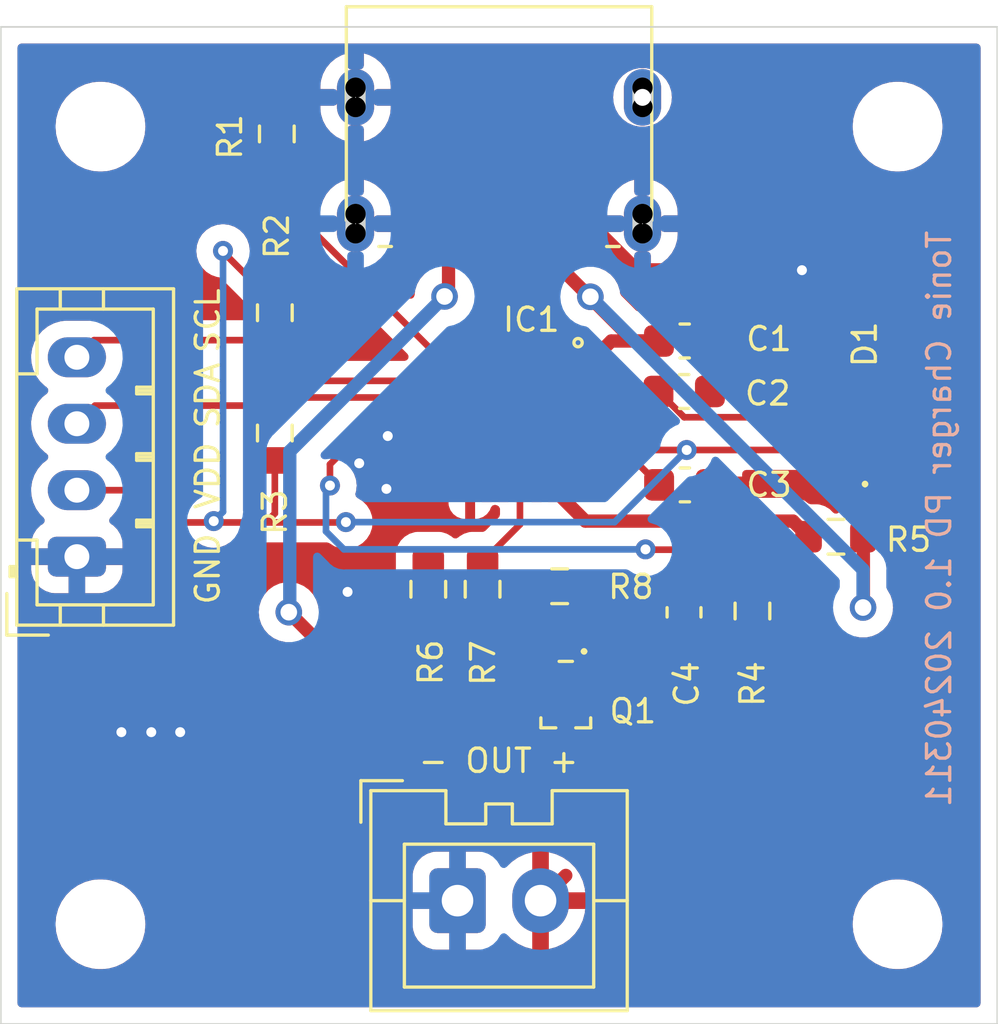
<source format=kicad_pcb>
(kicad_pcb (version 20221018) (generator pcbnew)
  (layers (0 "F.Cu" signal) (31 "B.Cu" signal) (34 "B.Paste" user) (35 "F.Paste" user) (36 "B.SilkS" user "B.Silkscreen") (37 "F.SilkS" user "F.Silkscreen") (38 "B.Mask" user) (39 "F.Mask" user) (44 "Edge.Cuts" user))
  (net 0 "")
  (net 1 "VBUS")
  (net 2 "GND")
  (net 3 "Net-(D1-A)")
  (net 4 "Net-(IC1-VREG_1V2)")
  (net 5 "/VSINK")
  (net 6 "Net-(C4-Pad2)")
  (net 7 "VDD")
  (net 8 "/CC1")
  (net 10 "/CC2")
  (net 11 "Net-(IC1-RESET)")
  (net 12 "/SCL")
  (net 13 "/SDA")
  (net 14 "Net-(IC1-DISCH)")
  (net 18 "Net-(IC1-VBUS_EN_SNK)")
  (net 20 "Net-(IC1-VBUS_VS_DISCH)")
  (net 23 "Net-(Q1-G)")
  (footprint "usb-conn:CONN6_125-GF-A-0190_GCT" (layer "F.Cu") (at 117.749995 105.92 180)
    (fp_text reference "J1" hide)
    (fp_text value "USB4125-GF-A-0190" hide)
    (fp_line (start -1.847405 0.097634) (end -1.847405 6.526606) (stroke (width 0.1)) (layer "F.SilkS"))
    (fp_line (start -1.847405 6.526606) (end 7.347395 6.526606) (stroke (width 0.1)) (layer "F.SilkS"))
    (fp_line (start -0.48914 -0.686994) (end -0.867656 -0.686994) (stroke (width 0.1)) (layer "F.SilkS"))
    (fp_line (start 6.367646 -0.686994) (end 5.98913 -0.686994) (stroke (width 0.1)) (layer "F.SilkS"))
    (fp_line (start 7.347395 6.526606) (end 7.347395 0.097634) (stroke (width 0.1)) (layer "F.SilkS"))
    (fp_line (start -1.570007 0.292106) (end -1.570007 -0.292094) (stroke (width 0.6096)) (layer "Edge.Cuts"))
    (fp_line (start -1.570007 4.092106) (end -1.570007 3.507906) (stroke (width 0.6096)) (layer "Edge.Cuts"))
    (fp_line (start 7.069997 0.292106) (end 7.069997 -0.292094) (stroke (width 0.6096)) (layer "Edge.Cuts"))
    (fp_line (start 7.069997 4.092106) (end 7.069997 3.507906) (stroke (width 0.6096)) (layer "Edge.Cuts"))
    (pad "" np_thru_hole circle (at -1.570007 -0.292094 180) (size 0.6096 0.6096) (drill 0.6096) (layers))
    (pad "" np_thru_hole circle (at -1.570007 0.292106 180) (size 0.6096 0.6096) (drill 0.6096) (layers))
    (pad "" np_thru_hole circle (at -1.570007 3.507906 180) (size 0.6096 0.6096) (drill 0.6096) (layers))
    (pad "" np_thru_hole circle (at -1.570007 4.092106 180) (size 0.6096 0.6096) (drill 0.6096) (layers))
    (pad "" np_thru_hole circle (at 7.069997 -0.292094 180) (size 0.6096 0.6096) (drill 0.6096) (layers))
    (pad "" np_thru_hole circle (at 7.069997 0.292106 180) (size 0.6096 0.6096) (drill 0.6096) (layers))
    (pad "" np_thru_hole circle (at 7.069997 3.507906 180) (size 0.6096 0.6096) (drill 0.6096) (layers))
    (pad "" np_thru_hole circle (at 7.069997 4.092106 180) (size 0.6096 0.6096) (drill 0.6096) (layers))
    (pad "1" smd rect (at 0 0 180) (size 0.8128 1.1938) (layers "F.Cu" "F.Paste" "F.Mask") (net 2 "GND"))
    (pad "2" smd rect (at 1.229998 0 180) (size 0.762 1.1938) (layers "F.Cu" "F.Paste" "F.Mask") (net 1 "VBUS"))
    (pad "3" smd rect (at 2.249996 0 180) (size 0.7112 1.1938) (layers "F.Cu" "F.Paste" "F.Mask") (net 8 "/CC1"))
    (pad "4" smd rect (at 3.249994 0 180) (size 0.7112 1.1938) (layers "F.Cu" "F.Paste" "F.Mask") (net 10 "/CC2"))
    (pad "5" smd rect (at 4.269992 0 180) (size 0.762 1.1938) (layers "F.Cu" "F.Paste" "F.Mask") (net 1 "VBUS"))
    (pad "6" smd rect (at 5.49999 0 180) (size 0.8128 1.1938) (layers "F.Cu" "F.Paste" "F.Mask") (net 2 "GND"))
    (pad "7" thru_hole oval (at -1.570007 0 270) (size 1.7018 1.1176) (drill 0.0254) (layers "*.Cu" "*.Mask") (net 2 "GND"))
    (pad "8" thru_hole oval (at -1.570007 3.800006 270) (size 1.7018 1.1176) (drill oval 0.0254) (layers "*.Cu" "*.Mask") (clearance 0.01))
    (pad "9" thru_hole oval (at 7.069997 0 270) (size 1.7018 1.1176) (drill 0.0254) (layers "*.Cu" "*.Mask") (net 2 "GND"))
    (pad "10" thru_hole oval (at 7.069997 3.800006 270) (size 1.7018 1.1176) (drill 0.0254) (layers "*.Cu" "*.Mask") (net 2 "GND"))
    (pad "13" thru_hole circle (at -1.570007 3.800006 180) (size 0.762 0.762) (drill 0.508) (layers "*.Cu" "*.Mask"))
  )
  (footprint "Capacitor_SMD:C_0603_1608Metric" (layer "F.Cu") (at 120.57 117.615 90)
    (fp_text reference "C4" (at -2.155 0.08 90 unlocked) (layer "F.SilkS") (effects (font (size 0.7 0.7) (thickness 0.1))))
    (fp_text value "0.1uf" hide)
    (fp_line (start -0.14058 -0.51) (end 0.14058 -0.51) (stroke (width 0.1)) (layer "F.SilkS"))
    (fp_line (start -0.14058 0.51) (end 0.14058 0.51) (stroke (width 0.1)) (layer "F.SilkS"))
    (pad "1" smd roundrect (at -0.775 0 90) (size 0.9 0.95) (layers "F.Cu" "F.Paste" "F.Mask") (net 5 "/VSINK"))
    (pad "2" smd roundrect (at 0.775 0 90) (size 0.9 0.95) (layers "F.Cu" "F.Paste" "F.Mask") (net 6 "Net-(C4-Pad2)"))
  )
  (footprint "Capacitor_SMD:C_0603_1608Metric" (layer "F.Cu") (at 120.575 110.97 180)
    (fp_text reference "C2" (at -2.515 -0.06 unlocked) (layer "F.SilkS") (effects (font (size 0.7 0.7) (thickness 0.1))))
    (fp_text value "1uf" hide)
    (fp_line (start -0.14058 -0.51) (end 0.14058 -0.51) (stroke (width 0.1)) (layer "F.SilkS"))
    (fp_line (start -0.14058 0.51) (end 0.14058 0.51) (stroke (width 0.1)) (layer "F.SilkS"))
    (pad "1" smd roundrect (at -0.775 0 180) (size 0.9 0.95) (layers "F.Cu" "F.Paste" "F.Mask") (net 2 "GND"))
    (pad "2" smd roundrect (at 0.775 0 180) (size 0.9 0.95) (layers "F.Cu" "F.Paste" "F.Mask") (net 3 "Net-(D1-A)"))
  )
  (footprint "Connector_JST:JST_PH_B4B-PH-K_1x04_P2.00mm_Vertical" (layer "F.Cu") (at 102.29 115.94 90)
    (fp_text reference "J2" hide)
    (fp_text value "I2C" hide)
    (fp_line (start -2.36 -2.11) (end -2.36 -0.86) (stroke (width 0.1)) (layer "F.SilkS"))
    (fp_line (start -2.06 -1.81) (end -2.06 2.91) (stroke (width 0.1)) (layer "F.SilkS"))
    (fp_line (start -2.06 -0.5) (end -1.45 -0.5) (stroke (width 0.1)) (layer "F.SilkS"))
    (fp_line (start -2.06 0.8) (end -1.45 0.8) (stroke (width 0.1)) (layer "F.SilkS"))
    (fp_line (start -2.06 2.91) (end 8.06 2.91) (stroke (width 0.1)) (layer "F.SilkS"))
    (fp_line (start -1.45 -1.2) (end -1.45 2.3) (stroke (width 0.1)) (layer "F.SilkS"))
    (fp_line (start -1.45 2.3) (end 7.45 2.3) (stroke (width 0.1)) (layer "F.SilkS"))
    (fp_line (start -1.11 -2.11) (end -2.36 -2.11) (stroke (width 0.1)) (layer "F.SilkS"))
    (fp_line (start -0.6 -2.01) (end -0.6 -1.81) (stroke (width 0.1)) (layer "F.SilkS"))
    (fp_line (start -0.3 -2.01) (end -0.6 -2.01) (stroke (width 0.1)) (layer "F.SilkS"))
    (fp_line (start -0.3 -1.91) (end -0.6 -1.91) (stroke (width 0.1)) (layer "F.SilkS"))
    (fp_line (start -0.3 -1.81) (end -0.3 -2.01) (stroke (width 0.1)) (layer "F.SilkS"))
    (fp_line (start 0.5 -1.81) (end 0.5 -1.2) (stroke (width 0.1)) (layer "F.SilkS"))
    (fp_line (start 0.5 -1.2) (end -1.45 -1.2) (stroke (width 0.1)) (layer "F.SilkS"))
    (fp_line (start 0.9 1.8) (end 1.1 1.8) (stroke (width 0.1)) (layer "F.SilkS"))
    (fp_line (start 0.9 2.3) (end 0.9 1.8) (stroke (width 0.1)) (layer "F.SilkS"))
    (fp_line (start 1 2.3) (end 1 1.8) (stroke (width 0.1)) (layer "F.SilkS"))
    (fp_line (start 1.1 1.8) (end 1.1 2.3) (stroke (width 0.1)) (layer "F.SilkS"))
    (fp_line (start 2.9 1.8) (end 3.1 1.8) (stroke (width 0.1)) (layer "F.SilkS"))
    (fp_line (start 2.9 2.3) (end 2.9 1.8) (stroke (width 0.1)) (layer "F.SilkS"))
    (fp_line (start 3 2.3) (end 3 1.8) (stroke (width 0.1)) (layer "F.SilkS"))
    (fp_line (start 3.1 1.8) (end 3.1 2.3) (stroke (width 0.1)) (layer "F.SilkS"))
    (fp_line (start 4.9 1.8) (end 5.1 1.8) (stroke (width 0.1)) (layer "F.SilkS"))
    (fp_line (start 4.9 2.3) (end 4.9 1.8) (stroke (width 0.1)) (layer "F.SilkS"))
    (fp_line (start 5 2.3) (end 5 1.8) (stroke (width 0.1)) (layer "F.SilkS"))
    (fp_line (start 5.1 1.8) (end 5.1 2.3) (stroke (width 0.1)) (layer "F.SilkS"))
    (fp_line (start 5.5 -1.2) (end 5.5 -1.81) (stroke (width 0.1)) (layer "F.SilkS"))
    (fp_line (start 7.45 -1.2) (end 5.5 -1.2) (stroke (width 0.1)) (layer "F.SilkS"))
    (fp_line (start 7.45 2.3) (end 7.45 -1.2) (stroke (width 0.1)) (layer "F.SilkS"))
    (fp_line (start 8.06 -1.81) (end -2.06 -1.81) (stroke (width 0.1)) (layer "F.SilkS"))
    (fp_line (start 8.06 -0.5) (end 7.45 -0.5) (stroke (width 0.1)) (layer "F.SilkS"))
    (fp_line (start 8.06 0.8) (end 7.45 0.8) (stroke (width 0.1)) (layer "F.SilkS"))
    (fp_line (start 8.06 2.91) (end 8.06 -1.81) (stroke (width 0.1)) (layer "F.SilkS"))
    (pad "1" thru_hole roundrect (at 0 0 90) (size 1.2 1.75) (drill 0.75) (layers "*.Cu" "*.Mask") (roundrect_rratio 0.2083333333) (net 2 "GND"))
    (pad "2" thru_hole oval (at 2 0 90) (size 1.2 1.75) (drill 0.75) (layers "*.Cu" "*.Mask") (net 7 "VDD"))
    (pad "3" thru_hole oval (at 4 0 90) (size 1.2 1.75) (drill 0.75) (layers "*.Cu" "*.Mask") (net 13 "/SDA"))
    (pad "4" thru_hole oval (at 6 0 90) (size 1.2 1.75) (drill 0.75) (layers "*.Cu" "*.Mask") (net 12 "/SCL"))
  )
  (footprint "MountingHole:MountingHole_2.2mm_M2" (layer "F.Cu") (at 103 103)
    (fp_text reference "H2" hide)
    (fp_text value "MountingHole" hide)
    (pad "" np_thru_hole circle (at 0 0) (size 2.2 2.2) (drill 2.2) (layers "*.Cu" "*.Mask"))
  )
  (footprint "Resistor_SMD:R_0603_1608Metric" (layer "F.Cu") (at 116.825 116.83)
    (fp_text reference "R8" (at 2.145 0.02 unlocked) (layer "F.SilkS") (effects (font (size 0.7 0.7) (thickness 0.1))))
    (fp_text value "100" hide)
    (fp_line (start -0.237258 -0.5225) (end 0.237258 -0.5225) (stroke (width 0.1)) (layer "F.SilkS"))
    (fp_line (start -0.237258 0.5225) (end 0.237258 0.5225) (stroke (width 0.1)) (layer "F.SilkS"))
    (pad "1" smd roundrect (at -0.825 0) (size 0.8 0.95) (layers "F.Cu" "F.Paste" "F.Mask") (net 23 "Net-(Q1-G)"))
    (pad "2" smd roundrect (at 0.825 0) (size 0.8 0.95) (layers "F.Cu" "F.Paste" "F.Mask") (net 6 "Net-(C4-Pad2)"))
  )
  (footprint "Resistor_SMD:R_0603_1608Metric" (layer "F.Cu") (at 112.87 116.92 90)
    (fp_text reference "R6" (at -2.2 0.07 90 unlocked) (layer "F.SilkS") (effects (font (size 0.7 0.7) (thickness 0.1))))
    (fp_text value "100k" hide)
    (fp_line (start -0.237258 -0.5225) (end 0.237258 -0.5225) (stroke (width 0.1)) (layer "F.SilkS"))
    (fp_line (start -0.237258 0.5225) (end 0.237258 0.5225) (stroke (width 0.1)) (layer "F.SilkS"))
    (pad "1" smd roundrect (at -0.825 0 90) (size 0.8 0.95) (layers "F.Cu" "F.Paste" "F.Mask") (net 1 "VBUS"))
    (pad "2" smd roundrect (at 0.825 0 90) (size 0.8 0.95) (layers "F.Cu" "F.Paste" "F.Mask") (net 23 "Net-(Q1-G)"))
  )
  (footprint "Resistor_SMD:R_0603_1608Metric" (layer "F.Cu") (at 108.31 103.22 -90)
    (fp_text reference "R1" (at 0.09 1.41 90 unlocked) (layer "F.SilkS") (effects (font (size 0.7 0.7) (thickness 0.1))))
    (fp_text value "100k" hide)
    (fp_line (start -0.237258 -0.5225) (end 0.237258 -0.5225) (stroke (width 0.1)) (layer "F.SilkS"))
    (fp_line (start -0.237258 0.5225) (end 0.237258 0.5225) (stroke (width 0.1)) (layer "F.SilkS"))
    (pad "1" smd roundrect (at -0.825 0 270) (size 0.8 0.95) (layers "F.Cu" "F.Paste" "F.Mask") (net 2 "GND"))
    (pad "2" smd roundrect (at 0.825 0 270) (size 0.8 0.95) (layers "F.Cu" "F.Paste" "F.Mask") (net 11 "Net-(IC1-RESET)"))
  )
  (footprint "MountingHole:MountingHole_2.2mm_M2" (layer "F.Cu") (at 127 127)
    (fp_text reference "H4" hide)
    (fp_text value "MountingHole" hide)
    (pad "" np_thru_hole circle (at 0 0) (size 2.2 2.2) (drill 2.2) (layers "*.Cu" "*.Mask"))
  )
  (footprint "Resistor_SMD:R_0603_1608Metric" (layer "F.Cu") (at 108.25 108.6 -90)
    (fp_text reference "R2" (at -2.3 -0.06 90 unlocked) (layer "F.SilkS") (effects (font (size 0.7 0.7) (thickness 0.1))))
    (fp_text value "10k" hide)
    (fp_line (start -0.237258 -0.5225) (end 0.237258 -0.5225) (stroke (width 0.1)) (layer "F.SilkS"))
    (fp_line (start -0.237258 0.5225) (end 0.237258 0.5225) (stroke (width 0.1)) (layer "F.SilkS"))
    (pad "1" smd roundrect (at -0.825 0 270) (size 0.8 0.95) (layers "F.Cu" "F.Paste" "F.Mask") (net 7 "VDD"))
    (pad "2" smd roundrect (at 0.825 0 270) (size 0.8 0.95) (layers "F.Cu" "F.Paste" "F.Mask") (net 12 "/SCL"))
  )
  (footprint "Resistor_SMD:R_0603_1608Metric" (layer "F.Cu") (at 114.505 116.92 90)
    (fp_text reference "R7" (at -2.22 0.015 90 unlocked) (layer "F.SilkS") (effects (font (size 0.7 0.7) (thickness 0.1))))
    (fp_text value "22k" hide)
    (fp_line (start -0.237258 -0.5225) (end 0.237258 -0.5225) (stroke (width 0.1)) (layer "F.SilkS"))
    (fp_line (start -0.237258 0.5225) (end 0.237258 0.5225) (stroke (width 0.1)) (layer "F.SilkS"))
    (pad "1" smd roundrect (at -0.825 0 90) (size 0.8 0.95) (layers "F.Cu" "F.Paste" "F.Mask") (net 23 "Net-(Q1-G)"))
    (pad "2" smd roundrect (at 0.825 0 90) (size 0.8 0.95) (layers "F.Cu" "F.Paste" "F.Mask") (net 18 "Net-(IC1-VBUS_EN_SNK)"))
  )
  (footprint "Resistor_SMD:R_0603_1608Metric" (layer "F.Cu") (at 108.25 112.22 -90)
    (fp_text reference "R3" (at 2.38 0 90 unlocked) (layer "F.SilkS") (effects (font (size 0.7 0.7) (thickness 0.1))))
    (fp_text value "10k" hide)
    (fp_line (start -0.237258 -0.5225) (end 0.237258 -0.5225) (stroke (width 0.1)) (layer "F.SilkS"))
    (fp_line (start -0.237258 0.5225) (end 0.237258 0.5225) (stroke (width 0.1)) (layer "F.SilkS"))
    (pad "1" smd roundrect (at -0.825 0 270) (size 0.8 0.95) (layers "F.Cu" "F.Paste" "F.Mask") (net 13 "/SDA"))
    (pad "2" smd roundrect (at 0.825 0 270) (size 0.8 0.95) (layers "F.Cu" "F.Paste" "F.Mask") (net 7 "VDD"))
  )
  (footprint "Resistor_SMD:R_0603_1608Metric" (layer "F.Cu") (at 122.63 117.575 -90)
    (fp_text reference "R4" (at 2.195 0 90 unlocked) (layer "F.SilkS") (effects (font (size 0.7 0.7) (thickness 0.1))))
    (fp_text value "1k" hide)
    (fp_line (start -0.237258 -0.5225) (end 0.237258 -0.5225) (stroke (width 0.1)) (layer "F.SilkS"))
    (fp_line (start -0.237258 0.5225) (end 0.237258 0.5225) (stroke (width 0.1)) (layer "F.SilkS"))
    (pad "1" smd roundrect (at -0.825 0 270) (size 0.8 0.95) (layers "F.Cu" "F.Paste" "F.Mask") (net 14 "Net-(IC1-DISCH)"))
    (pad "2" smd roundrect (at 0.825 0 270) (size 0.8 0.95) (layers "F.Cu" "F.Paste" "F.Mask") (net 5 "/VSINK"))
  )
  (footprint "mosfet:DMG3415UFY47" (layer "F.Cu") (at 117.01 120.09 180)
    (fp_text reference "Q1" (at -2.02 -0.5 unlocked) (layer "F.SilkS") (effects (font (size 0.7 0.7) (thickness 0.1))))
    (fp_text value "DMG3415UFY4Q-7" hide)
    (fp_line (start -0.75 -1) (end -0.75 -0.7) (stroke (width 0.1)) (layer "F.SilkS"))
    (fp_line (start -0.6 1.3) (end -0.6 1.3) (stroke (width 0.1)) (layer "F.SilkS"))
    (fp_line (start -0.5 1.3) (end -0.5 1.3) (stroke (width 0.1)) (layer "F.SilkS"))
    (fp_line (start -0.3 -1) (end -0.75 -1) (stroke (width 0.1)) (layer "F.SilkS"))
    (fp_line (start -0.2 1) (end 0.2 1) (stroke (width 0.1)) (layer "F.SilkS"))
    (fp_line (start 0.3 -1) (end 0.75 -1) (stroke (width 0.1)) (layer "F.SilkS"))
    (fp_line (start 0.75 -1) (end 0.75 -0.7) (stroke (width 0.1)) (layer "F.SilkS"))
    (fp_arc (start -0.6 1.3) (mid -0.55 1.25) (end -0.5 1.3) (stroke (width 0.1)) (layer "F.SilkS"))
    (fp_arc (start -0.5 1.3) (mid -0.55 1.35) (end -0.6 1.3) (stroke (width 0.1)) (layer "F.SilkS"))
    (pad "1" smd rect (at -0.5 0.9 180) (size 0.31 0.5) (layers "F.Cu" "F.Paste" "F.Mask") (net 23 "Net-(Q1-G)"))
    (pad "2" smd rect (at 0.5 0.9 180) (size 0.31 0.5) (layers "F.Cu" "F.Paste" "F.Mask") (net 1 "VBUS"))
    (pad "3" smd rect (at 0 -0.825 180) (size 0.31 0.65) (layers "F.Cu" "F.Paste" "F.Mask") (net 5 "/VSINK"))
    (pad "3" smd rect (at 0 0 270) (size 1 1.3) (layers "F.Cu" "F.Paste" "F.Mask") (net 5 "/VSINK"))
  )
  (footprint "Capacitor_SMD:C_0603_1608Metric" (layer "F.Cu") (at 120.595 113.78 180)
    (fp_text reference "C3" (at -2.535 0 unlocked) (layer "F.SilkS") (effects (font (size 0.7 0.7) (thickness 0.1))))
    (fp_text value "1uf" hide)
    (fp_line (start -0.14058 -0.51) (end 0.14058 -0.51) (stroke (width 0.1)) (layer "F.SilkS"))
    (fp_line (start -0.14058 0.51) (end 0.14058 0.51) (stroke (width 0.1)) (layer "F.SilkS"))
    (pad "1" smd roundrect (at -0.775 0 180) (size 0.9 0.95) (layers "F.Cu" "F.Paste" "F.Mask") (net 2 "GND"))
    (pad "2" smd roundrect (at 0.775 0 180) (size 0.9 0.95) (layers "F.Cu" "F.Paste" "F.Mask") (net 4 "Net-(IC1-VREG_1V2)"))
  )
  (footprint "shottky:PMEG2005EPKQYL" (layer "F.Cu") (at 126.02 112.305 90)
    (fp_text reference "D1" (at 2.755 -0.01 90 unlocked) (layer "F.SilkS") (effects (font (size 0.7 0.7) (thickness 0.1))))
    (fp_text value "PMEG2005EPK" hide)
    (fp_line (start -1.5 0) (end -1.5 0) (stroke (width 0.1)) (layer "F.SilkS"))
    (fp_line (start -1.4 0) (end -1.4 0) (stroke (width 0.1)) (layer "F.SilkS"))
    (fp_arc (start -1.5 0) (mid -1.45 -0.05) (end -1.4 0) (stroke (width 0.1)) (layer "F.SilkS"))
    (fp_arc (start -1.4 0) (mid -1.45 0.05) (end -1.5 0) (stroke (width 0.1)) (layer "F.SilkS"))
    (pad "1" smd rect (at -0.425 0 180) (size 0.8 1.05) (layers "F.Cu" "F.Paste" "F.Mask") (net 7 "VDD"))
    (pad "2" smd rect (at 0.625 0 90) (size 0.65 0.8) (layers "F.Cu" "F.Paste" "F.Mask") (net 3 "Net-(D1-A)"))
  )
  (footprint "MountingHole:MountingHole_2.2mm_M2" (layer "F.Cu") (at 103 127)
    (fp_text reference "H3" hide)
    (fp_text value "MountingHole" hide)
    (pad "" np_thru_hole circle (at 0 0) (size 2.2 2.2) (drill 2.2) (layers "*.Cu" "*.Mask"))
  )
  (footprint "Capacitor_SMD:C_0603_1608Metric" (layer "F.Cu") (at 120.59 109.45)
    (fp_text reference "C1" (at 2.535 -0.06 unlocked) (layer "F.SilkS") (effects (font (size 0.7 0.7) (thickness 0.1))))
    (fp_text value "1uf" hide)
    (fp_line (start -0.14058 -0.51) (end 0.14058 -0.51) (stroke (width 0.1)) (layer "F.SilkS"))
    (fp_line (start -0.14058 0.51) (end 0.14058 0.51) (stroke (width 0.1)) (layer "F.SilkS"))
    (pad "1" smd roundrect (at -0.775 0) (size 0.9 0.95) (layers "F.Cu" "F.Paste" "F.Mask") (net 1 "VBUS"))
    (pad "2" smd roundrect (at 0.775 0) (size 0.9 0.95) (layers "F.Cu" "F.Paste" "F.Mask") (net 2 "GND"))
  )
  (footprint "pd-sink:QFN50P400X400X100-25N-D" (layer "F.Cu") (at 115.38 111.9 -90)
    (fp_text reference "IC1" (at -3.09 -0.59 unlocked) (layer "F.SilkS") (effects (font (size 0.7 0.7) (thickness 0.1))))
    (fp_text value "STUSB4500QTR" hide)
    (fp_circle (center -2.4 -2) (end -2.4 -1.875) (stroke (width 0.1)) (fill none) (layer "F.SilkS"))
    (pad "1" smd rect (at -2 -1.25) (size 0.3 0.8) (layers "F.Cu" "F.Paste" "F.Mask") (net 8 "/CC1"))
    (pad "2" smd rect (at -2 -0.75) (size 0.3 0.8) (layers "F.Cu" "F.Paste" "F.Mask") (net 8 "/CC1"))
    (pad "3" smd rect (at -2 -0.25) (size 0.3 0.8) (layers "F.Cu" "F.Paste" "F.Mask"))
    (pad "4" smd rect (at -2 0.25) (size 0.3 0.8) (layers "F.Cu" "F.Paste" "F.Mask") (net 10 "/CC2"))
    (pad "5" smd rect (at -2 0.75) (size 0.3 0.8) (layers "F.Cu" "F.Paste" "F.Mask") (net 10 "/CC2"))
    (pad "6" smd rect (at -2 1.25) (size 0.3 0.8) (layers "F.Cu" "F.Paste" "F.Mask") (net 11 "Net-(IC1-RESET)"))
    (pad "7" smd rect (at -1.25 2 270) (size 0.3 0.8) (layers "F.Cu" "F.Paste" "F.Mask") (net 12 "/SCL"))
    (pad "8" smd rect (at -0.75 2 270) (size 0.3 0.8) (layers "F.Cu" "F.Paste" "F.Mask") (net 13 "/SDA"))
    (pad "9" smd rect (at -0.25 2 270) (size 0.3 0.8) (layers "F.Cu" "F.Paste" "F.Mask") (net 14 "Net-(IC1-DISCH)"))
    (pad "10" smd rect (at 0.25 2 270) (size 0.3 0.8) (layers "F.Cu" "F.Paste" "F.Mask") (net 2 "GND"))
    (pad "11" smd rect (at 0.75 2 270) (size 0.3 0.8) (layers "F.Cu" "F.Paste" "F.Mask"))
    (pad "12" smd rect (at 1.25 2 270) (size 0.3 0.8) (layers "F.Cu" "F.Paste" "F.Mask") (net 2 "GND"))
    (pad "13" smd rect (at 2 1.25) (size 0.3 0.8) (layers "F.Cu" "F.Paste" "F.Mask") (net 2 "GND"))
    (pad "14" smd rect (at 2 0.75) (size 0.3 0.8) (layers "F.Cu" "F.Paste" "F.Mask"))
    (pad "15" smd rect (at 2 0.25) (size 0.3 0.8) (layers "F.Cu" "F.Paste" "F.Mask"))
    (pad "16" smd rect (at 2 -0.25) (size 0.3 0.8) (layers "F.Cu" "F.Paste" "F.Mask") (net 18 "Net-(IC1-VBUS_EN_SNK)"))
    (pad "17" smd rect (at 2 -0.75) (size 0.3 0.8) (layers "F.Cu" "F.Paste" "F.Mask"))
    (pad "18" smd rect (at 2 -1.25) (size 0.3 0.8) (layers "F.Cu" "F.Paste" "F.Mask") (net 20 "Net-(IC1-VBUS_VS_DISCH)"))
    (pad "19" smd rect (at 1.25 -2 270) (size 0.3 0.8) (layers "F.Cu" "F.Paste" "F.Mask"))
    (pad "20" smd rect (at 0.75 -2 270) (size 0.3 0.8) (layers "F.Cu" "F.Paste" "F.Mask"))
    (pad "21" smd rect (at 0.25 -2 270) (size 0.3 0.8) (layers "F.Cu" "F.Paste" "F.Mask") (net 4 "Net-(IC1-VREG_1V2)"))
    (pad "22" smd rect (at -0.25 -2 270) (size 0.3 0.8) (layers "F.Cu" "F.Paste" "F.Mask") (net 7 "VDD"))
    (pad "23" smd rect (at -0.75 -2 270) (size 0.3 0.8) (layers "F.Cu" "F.Paste" "F.Mask") (net 3 "Net-(D1-A)"))
    (pad "24" smd rect (at -1.25 -2 270) (size 0.3 0.8) (layers "F.Cu" "F.Paste" "F.Mask") (net 1 "VBUS"))
    (pad "25" smd rect (at 0 0 270) (size 2.8 2.8) (layers "F.Cu" "F.Paste" "F.Mask") (net 2 "GND"))
  )
  (footprint "Connector_JST:JST_XA_B02B-XASK-1_1x02_P2.50mm_Vertical" (layer "F.Cu") (at 113.75 126.29)
    (fp_text reference "J3" hide)
    (fp_text value "Out" hide)
    (fp_line (start -2.91 -3.61) (end -2.91 -2.36) (stroke (width 0.1)) (layer "F.SilkS"))
    (fp_line (start -2.61 -3.31) (end -2.61 3.31) (stroke (width 0.1)) (layer "F.SilkS"))
    (fp_line (start -2.61 0) (end -1.6 0) (stroke (width 0.1)) (layer "F.SilkS"))
    (fp_line (start -2.61 3.31) (end 5.11 3.31) (stroke (width 0.1)) (layer "F.SilkS"))
    (fp_line (start -1.66 -3.61) (end -2.91 -3.61) (stroke (width 0.1)) (layer "F.SilkS"))
    (fp_line (start -1.6 -1.7) (end -1.6 2.6) (stroke (width 0.1)) (layer "F.SilkS"))
    (fp_line (start -1.6 2.6) (end 4.1 2.6) (stroke (width 0.1)) (layer "F.SilkS"))
    (fp_line (start -0.35 -3.31) (end -2.61 -3.31) (stroke (width 0.1)) (layer "F.SilkS"))
    (fp_line (start -0.35 -2.31) (end -0.35 -3.31) (stroke (width 0.1)) (layer "F.SilkS"))
    (fp_line (start 0.85 -2.91) (end 0.85 -2.31) (stroke (width 0.1)) (layer "F.SilkS"))
    (fp_line (start 0.85 -2.31) (end -0.35 -2.31) (stroke (width 0.1)) (layer "F.SilkS"))
    (fp_line (start 1.65 -2.91) (end 0.85 -2.91) (stroke (width 0.1)) (layer "F.SilkS"))
    (fp_line (start 1.65 -2.31) (end 1.65 -2.91) (stroke (width 0.1)) (layer "F.SilkS"))
    (fp_line (start 2.85 -3.31) (end 2.85 -2.31) (stroke (width 0.1)) (layer "F.SilkS"))
    (fp_line (start 2.85 -2.31) (end 1.65 -2.31) (stroke (width 0.1)) (layer "F.SilkS"))
    (fp_line (start 4.1 -1.7) (end -1.6 -1.7) (stroke (width 0.1)) (layer "F.SilkS"))
    (fp_line (start 4.1 2.6) (end 4.1 -1.7) (stroke (width 0.1)) (layer "F.SilkS"))
    (fp_line (start 5.11 -3.31) (end 2.85 -3.31) (stroke (width 0.1)) (layer "F.SilkS"))
    (fp_line (start 5.11 0) (end 4.1 0) (stroke (width 0.1)) (layer "F.SilkS"))
    (fp_line (start 5.11 3.31) (end 5.11 -3.31) (stroke (width 0.1)) (layer "F.SilkS"))
    (pad "1" thru_hole roundrect (at 0 0) (size 1.7 1.95) (drill 0.95) (layers "*.Cu" "*.Mask") (roundrect_rratio 0.1470588235) (net 2 "GND"))
    (pad "2" thru_hole oval (at 2.5 0) (size 1.7 1.95) (drill 0.95) (layers "*.Cu" "*.Mask") (net 5 "/VSINK"))
  )
  (footprint "Resistor_SMD:R_0603_1608Metric" (layer "F.Cu") (at 125.145 115.34 180)
    (fp_text reference "R5" (at -2.185 -0.09 unlocked) (layer "F.SilkS") (effects (font (size 0.7 0.7) (thickness 0.1))))
    (fp_text value "1k" hide)
    (fp_line (start -0.237258 -0.5225) (end 0.237258 -0.5225) (stroke (width 0.1)) (layer "F.SilkS"))
    (fp_line (start -0.237258 0.5225) (end 0.237258 0.5225) (stroke (width 0.1)) (layer "F.SilkS"))
    (pad "1" smd roundrect (at -0.825 0 180) (size 0.8 0.95) (layers "F.Cu" "F.Paste" "F.Mask") (net 1 "VBUS"))
    (pad "2" smd roundrect (at 0.825 0 180) (size 0.8 0.95) (layers "F.Cu" "F.Paste" "F.Mask") (net 20 "Net-(IC1-VBUS_VS_DISCH)"))
  )
  (footprint "MountingHole:MountingHole_2.2mm_M2" (layer "F.Cu") (at 127 103)
    (fp_text reference "H1" hide)
    (fp_text value "MountingHole" hide)
    (pad "" np_thru_hole circle (at 0 0) (size 2.2 2.2) (drill 2.2) (layers "*.Cu" "*.Mask"))
  )
  (gr_rect (start 100 100) (end 130 130) (stroke (width 0.05)) (fill none) (layer "Edge.Cuts"))
  (gr_text "Tonie Charger PD 1.0 20240311" (at 128.66 106.07 90) (layer "B.SilkS") (effects (font (size 0.7 0.7) (thickness 0.1)) (justify left bottom mirror)))
  (gr_text "SCL" (at 106.64 109.87 90) (layer "F.SilkS") (effects (font (size 0.7 0.7) (thickness 0.1)) (justify left bottom)))
  (gr_text "SDA" (at 106.64 112.14 90) (layer "F.SilkS") (effects (font (size 0.7 0.7) (thickness 0.1)) (justify left bottom)))
  (gr_text "- OUT +" (at 112.52 122.49) (layer "F.SilkS") (effects (font (size 0.7 0.7) (thickness 0.1)) (justify left bottom)))
  (gr_text "VDD" (at 106.64 114.57 90) (layer "F.SilkS") (effects (font (size 0.7 0.7) (thickness 0.1)) (justify left bottom)))
  (gr_text "GND" (at 106.64 117.44 90) (layer "F.SilkS") (effects (font (size 0.7 0.7) (thickness 0.1)) (justify left bottom)))
  (segment (start 112.195 117.745) (end 110.9 119.04) (width 0.4) (layer "F.Cu") (net 1))
  (segment (start 110.9 119.04) (end 116.51 119.04) (width 0.4) (layer "F.Cu") (net 1))
  (segment (start 118.38 109.45) (end 117.38 110.45) (width 0.4) (layer "F.Cu") (net 1))
  (segment (start 113.36 108.07) (end 113.36 108.11) (width 0.4) (layer "F.Cu") (net 1))
  (segment (start 117.75 108.12) (end 117.75 108.146903) (width 0.4) (layer "F.Cu") (net 1))
  (segment (start 114.13 103.77) (end 115.97 103.77) (width 0.4) (layer "F.Cu") (net 1))
  (segment (start 113.480003 107.949997) (end 113.36 108.07) (width 0.4) (layer "F.Cu") (net 1))
  (segment (start 116.519997 105.92) (end 116.519997 106.9169) (width 0.4) (layer "F.Cu") (net 1))
  (segment (start 116.519997 104.319997) (end 116.519997 105.92) (width 0.4) (layer "F.Cu") (net 1))
  (segment (start 125.97 117.53) (end 125.98 117.54) (width 0.4) (layer "F.Cu") (net 1))
  (segment (start 115.97 103.77) (end 116.519997 104.319997) (width 0.4) (layer "F.Cu") (net 1))
  (segment (start 108.67 117.61) (end 110.1 119.04) (width 0.4) (layer "F.Cu") (net 1))
  (segment (start 125.97 117.48) (end 125.97 117.53) (width 0.4) (layer "F.Cu") (net 1))
  (segment (start 116.519997 106.9169) (end 117.723097 108.12) (width 0.4) (layer "F.Cu") (net 1))
  (segment (start 113.480003 105.92) (end 113.480003 104.419997) (width 0.4) (layer "F.Cu") (net 1))
  (segment (start 112.87 117.745) (end 112.195 117.745) (width 0.4) (layer "F.Cu") (net 1))
  (segment (start 119.815 109.45) (end 118.38 109.45) (width 0.4) (layer "F.Cu") (net 1))
  (segment (start 117.75 108.146903) (end 119.053097 109.45) (width 0.4) (layer "F.Cu") (net 1))
  (segment (start 113.36 108.11) (end 113.32 108.11) (width 0.4) (layer "F.Cu") (net 1))
  (segment (start 125.97 117.46) (end 125.96 117.47) (width 0.4) (layer "F.Cu") (net 1))
  (segment (start 119.053097 109.45) (end 119.815 109.45) (width 0.4) (layer "F.Cu") (net 1))
  (segment (start 125.97 115.34) (end 125.97 117.46) (width 0.4) (layer "F.Cu") (net 1))
  (segment (start 113.480003 105.92) (end 113.480003 107.949997) (width 0.4) (layer "F.Cu") (net 1))
  (segment (start 117.723097 108.12) (end 117.75 108.12) (width 0.4) (layer "F.Cu") (net 1))
  (segment (start 113.480003 104.419997) (end 114.13 103.77) (width 0.4) (layer "F.Cu") (net 1))
  (segment (start 110.1 119.04) (end 110.9 119.04) (width 0.4) (layer "F.Cu") (net 1))
  (segment (start 125.96 117.47) (end 125.97 117.48) (width 0.4) (layer "F.Cu") (net 1))
  (segment (start 113.32 108.11) (end 113.32 108.11) (width 0.4) (layer "F.Cu") (net 1))
  (via (at 113.36 108.11) (size 0.8) (drill 0.5) (layers "F.Cu" "B.Cu") (net 1))
  (via (at 108.67 117.61) (size 0.8) (drill 0.5) (layers "F.Cu" "B.Cu") (net 1))
  (via (at 125.96 117.47) (size 0.8) (drill 0.5) (layers "F.Cu" "B.Cu") (net 1))
  (via (at 117.75 108.12) (size 0.8) (drill 0.5) (layers "F.Cu" "B.Cu") (net 1))
  (segment (start 125.96 116.33) (end 117.75 108.12) (width 0.4) (layer "B.Cu") (net 1))
  (segment (start 108.67 117.61) (end 108.7 117.64) (width 0.4) (layer "B.Cu") (net 1))
  (segment (start 108.7 117.58) (end 108.67 117.61) (width 0.4) (layer "B.Cu") (net 1))
  (segment (start 108.7 117.64) (end 108.7 117.72) (width 0.4) (layer "B.Cu") (net 1))
  (segment (start 125.96 117.47) (end 125.96 116.33) (width 0.4) (layer "B.Cu") (net 1))
  (segment (start 113.36 108.11) (end 108.7 112.77) (width 0.4) (layer "B.Cu") (net 1))
  (segment (start 108.7 112.77) (end 108.7 117.58) (width 0.4) (layer "B.Cu") (net 1))
  (segment (start 117.749995 103.199995) (end 117.749995 105.92) (width 0.4) (layer "F.Cu") (net 2))
  (segment (start 113.38 112.15) (end 115.13 112.15) (width 0.2) (layer "F.Cu") (net 2))
  (segment (start 111.61 113.9) (end 111.61 113.87) (width 0.2) (layer "F.Cu") (net 2))
  (segment (start 110.77 113.15) (end 110.71 113.15) (width 0.2) (layer "F.Cu") (net 2))
  (segment (start 115.13 112.15) (end 115.38 111.9) (width 0.2) (layer "F.Cu") (net 2))
  (segment (start 110.79 113.13) (end 110.77 113.15) (width 0.2) (layer "F.Cu") (net 2))
  (segment (start 113.38 112.15) (end 111.78 112.15) (width 0.2) (layer "F.Cu") (net 2))
  (segment (start 111.65 112.28) (end 111.65 112.31) (width 0.2) (layer "F.Cu") (net 2))
  (segment (start 111.65 112.31) (end 111.62 112.31) (width 0.2) (layer "F.Cu") (net 2))
  (segment (start 113.52 102.2) (end 116.75 102.2) (width 0.4) (layer "F.Cu") (net 2))
  (segment (start 116.75 102.2) (end 117.749995 103.199995) (width 0.4) (layer "F.Cu") (net 2))
  (segment (start 112.250005 105.92) (end 112.250005 103.469995) (width 0.4) (layer "F.Cu") (net 2))
  (segment (start 117.749995 105.92) (end 119.139995 107.31) (width 0.4) (layer "F.Cu") (net 2))
  (segment (start 113.38 113.15) (end 110.81 113.15) (width 0.2) (layer "F.Cu") (net 2))
  (segment (start 124.13 107.31) (end 124.17 107.31) (width 0.4) (layer "F.Cu") (net 2))
  (segment (start 111.61 113.87) (end 111.63 113.89) (width 0.2) (layer "F.Cu") (net 2))
  (segment (start 111.62 112.31) (end 111.65 112.28) (width 0.2) (layer "F.Cu") (net 2))
  (segment (start 110.81 113.15) (end 110.79 113.13) (width 0.2) (layer "F.Cu") (net 2))
  (segment (start 111.64 113.9) (end 111.61 113.9) (width 0.2) (layer "F.Cu") (net 2))
  (segment (start 124.11 107.31) (end 124.12 107.32) (width 0.4) (layer "F.Cu") (net 2))
  (segment (start 112.250005 103.469995) (end 113.52 102.2) (width 0.4) (layer "F.Cu") (net 2))
  (segment (start 119.139995 107.31) (end 124.11 107.31) (width 0.4) (layer "F.Cu") (net 2))
  (segment (start 124.12 107.32) (end 124.13 107.31) (width 0.4) (layer "F.Cu") (net 2))
  (segment (start 111.78 112.15) (end 111.65 112.28) (width 0.2) (layer "F.Cu") (net 2))
  (segment (start 114.13 113.9) (end 111.64 113.9) (width 0.2) (layer "F.Cu") (net 2))
  (segment (start 111.64 113.9) (end 111.64 113.9) (width 0.2) (layer "F.Cu") (net 2))
  (via (at 110.44 117) (size 0.6) (drill 0.3) (layers "F.Cu" "B.Cu") (net 2))
  (via (at 110.79 113.13) (size 0.6) (drill 0.3) (layers "F.Cu" "B.Cu") (net 2))
  (via (at 105.4 121.22) (size 0.6) (drill 0.3) (layers "F.Cu" "B.Cu") (net 2))
  (via (at 124.12 107.32) (size 0.6) (drill 0.3) (layers "F.Cu" "B.Cu") (net 2))
  (via (at 103.63 121.22) (size 0.6) (drill 0.3) (layers "F.Cu" "B.Cu") (net 2))
  (via (at 111.65 112.31) (size 0.6) (drill 0.3) (layers "F.Cu" "B.Cu") (net 2))
  (via (at 111.61 113.9) (size 0.6) (drill 0.3) (layers "F.Cu" "B.Cu") (net 2))
  (via (at 104.53 121.22) (size 0.6) (drill 0.3) (layers "F.Cu" "B.Cu") (net 2))
  (segment (start 120.575 111.745) (end 125.955 111.745) (width 0.2) (layer "F.Cu") (net 3))
  (segment (start 117.38 111.15) (end 119.62 111.15) (width 0.2) (layer "F.Cu") (net 3))
  (segment (start 119.62 111.15) (end 119.8 110.97) (width 0.2) (layer "F.Cu") (net 3))
  (segment (start 125.955 111.745) (end 126.02 111.68) (width 0.2) (layer "F.Cu") (net 3))
  (segment (start 119.8 110.97) (end 120.575 111.745) (width 0.2) (layer "F.Cu") (net 3))
  (segment (start 119.82 113.78) (end 118.19 112.15) (width 0.2) (layer "F.Cu") (net 4))
  (segment (start 118.19 112.15) (end 117.38 112.15) (width 0.2) (layer "F.Cu") (net 4))
  (segment (start 117.01 125.53) (end 116.25 126.29) (width 0.4) (layer "F.Cu") (net 5))
  (segment (start 117.65 116.83) (end 120.56 116.83) (width 0.2) (layer "F.Cu") (net 6))
  (segment (start 120.56 116.83) (end 120.57 116.84) (width 0.2) (layer "F.Cu") (net 6))
  (segment (start 106.69 106.77) (end 106.69 106.74) (width 0.2) (layer "F.Cu") (net 7))
  (segment (start 119.57 112.73) (end 119.56 112.74) (width 0.2) (layer "F.Cu") (net 7))
  (segment (start 117.38 111.65) (end 118.47 111.65) (width 0.2) (layer "F.Cu") (net 7))
  (segment (start 108.25 107.775) (end 107.695 107.775) (width 0.2) (layer "F.Cu") (net 7))
  (segment (start 104.25 113.94) (end 105.22 114.91) (width 0.2) (layer "F.Cu") (net 7))
  (segment (start 108.25 113.045) (end 108.25 114.64) (width 0.2) (layer "F.Cu") (net 7))
  (segment (start 110.39 114.9) (end 110.36 114.91) (width 0.2) (layer "F.Cu") (net 7))
  (segment (start 107.695 107.775) (end 106.69 106.77) (width 0.2) (layer "F.Cu") (net 7))
  (segment (start 106.41 114.87) (end 106.45 114.91) (width 0.2) (layer "F.Cu") (net 7))
  (segment (start 106.37 114.91) (end 106.41 114.87) (width 0.2) (layer "F.Cu") (net 7))
  (segment (start 102.29 113.94) (end 104.25 113.94) (width 0.2) (layer "F.Cu") (net 7))
  (segment (start 110.34 114.91) (end 110.39 114.9) (width 0.2) (layer "F.Cu") (net 7))
  (segment (start 118.47 111.65) (end 119.56 112.74) (width 0.2) (layer "F.Cu") (net 7))
  (segment (start 105.22 114.91) (end 106.37 114.91) (width 0.2) (layer "F.Cu") (net 7))
  (segment (start 106.66 106.74) (end 106.69 106.77) (width 0.2) (layer "F.Cu") (net 7))
  (segment (start 107.98 114.91) (end 110.34 114.91) (width 0.2) (layer "F.Cu") (net 7))
  (segment (start 126.02 112.73) (end 120.65 112.73) (width 0.2) (layer "F.Cu") (net 7))
  (segment (start 108.25 114.64) (end 107.98 114.91) (width 0.2) (layer "F.Cu") (net 7))
  (segment (start 120.65 112.73) (end 119.57 112.73) (width 0.2) (layer "F.Cu") (net 7))
  (segment (start 106.45 114.91) (end 107.98 114.91) (width 0.2) (layer "F.Cu") (net 7))
  (segment (start 110.36 114.91) (end 110.35 114.91) (width 0.2) (layer "F.Cu") (net 7))
  (segment (start 106.69 106.74) (end 106.66 106.74) (width 0.2) (layer "F.Cu") (net 7))
  (via (at 106.69 106.74) (size 0.6) (drill 0.3) (layers "F.Cu" "B.Cu") (net 7))
  (via (at 110.39 114.9) (size 0.6) (drill 0.3) (layers "F.Cu" "B.Cu") (net 7))
  (via (at 120.65 112.73) (size 0.6) (drill 0.3) (layers "F.Cu" "B.Cu") (net 7))
  (via (at 106.41 114.87) (size 0.6) (drill 0.3) (layers "F.Cu" "B.Cu") (net 7))
  (segment (start 106.69 114.59) (end 106.41 114.87) (width 0.2) (layer "B.Cu") (net 7))
  (segment (start 118.48 114.9) (end 120.65 112.73) (width 0.2) (layer "B.Cu") (net 7))
  (segment (start 110.39 114.9) (end 118.48 114.9) (width 0.2) (layer "B.Cu") (net 7))
  (segment (start 106.69 106.74) (end 106.69 114.59) (width 0.2) (layer "B.Cu") (net 7))
  (segment (start 115.499999 108.519999) (end 116.13 109.15) (width 0.3) (layer "F.Cu") (net 8))
  (segment (start 115.499999 105.92) (end 115.499999 108.519999) (width 0.3) (layer "F.Cu") (net 8))
  (segment (start 116.63 109.9) (end 116.63 109.65) (width 0.3) (layer "F.Cu") (net 8))
  (segment (start 116.63 109.65) (end 116.13 109.15) (width 0.3) (layer "F.Cu") (net 8))
  (segment (start 116.13 109.15) (end 116.13 109.9) (width 0.3) (layer "F.Cu") (net 8))
  (segment (start 115.13 109.43) (end 114.63 108.93) (width 0.3) (layer "F.Cu") (net 10))
  (segment (start 115.13 109.9) (end 115.13 109.43) (width 0.3) (layer "F.Cu") (net 10))
  (segment (start 114.63 108.93) (end 114.63 109.9) (width 0.3) (layer "F.Cu") (net 10))
  (segment (start 114.500001 105.92) (end 114.500001 106.8169) (width 0.3) (layer "F.Cu") (net 10))
  (segment (start 114.500001 106.8169) (end 114.63 106.946899) (width 0.3) (layer "F.Cu") (net 10))
  (segment (start 114.63 106.946899) (end 114.63 108.93) (width 0.3) (layer "F.Cu") (net 10))
  (segment (start 113.153371 109.9) (end 108.31 105.056629) (width 0.2) (layer "F.Cu") (net 11))
  (segment (start 114.13 109.9) (end 113.153371 109.9) (width 0.2) (layer "F.Cu") (net 11))
  (segment (start 108.31 105.056629) (end 108.31 104.045) (width 0.2) (layer "F.Cu") (net 11))
  (segment (start 113.38 110.65) (end 109.475 110.65) (width 0.2) (layer "F.Cu") (net 12))
  (segment (start 109.475 110.65) (end 108.25 109.425) (width 0.2) (layer "F.Cu") (net 12))
  (segment (start 108.25 109.425) (end 102.805 109.425) (width 0.2) (layer "F.Cu") (net 12))
  (segment (start 102.805 109.425) (end 102.29 109.94) (width 0.2) (layer "F.Cu") (net 12))
  (segment (start 108.495 111.15) (end 108.25 111.395) (width 0.2) (layer "F.Cu") (net 13))
  (segment (start 102.835 111.395) (end 102.29 111.94) (width 0.2) (layer "F.Cu") (net 13))
  (segment (start 108.25 111.395) (end 102.835 111.395) (width 0.2) (layer "F.Cu") (net 13))
  (segment (start 113.38 111.15) (end 108.495 111.15) (width 0.2) (layer "F.Cu") (net 13))
  (segment (start 119.4 115.73) (end 119.38 115.73) (width 0.2) (layer "F.Cu") (net 14))
  (segment (start 109.91 113.8) (end 109.91 113.72) (width 0.2) (layer "F.Cu") (net 14))
  (segment (start 121.61 115.73) (end 119.42 115.73) (width 0.2) (layer "F.Cu") (net 14))
  (segment (start 113.38 111.65) (end 111.421471 111.65) (width 0.2) (layer "F.Cu") (net 14))
  (segment (start 119.41 115.72) (end 119.4 115.73) (width 0.2) (layer "F.Cu") (net 14))
  (segment (start 111.421471 111.65) (end 109.91 113.161471) (width 0.2) (layer "F.Cu") (net 14))
  (segment (start 122.63 116.75) (end 121.61 115.73) (width 0.2) (layer "F.Cu") (net 14))
  (segment (start 109.91 113.161471) (end 109.91 113.8) (width 0.2) (layer "F.Cu") (net 14))
  (segment (start 119.42 115.73) (end 119.41 115.72) (width 0.2) (layer "F.Cu") (net 14))
  (via (at 109.91 113.8) (size 0.6) (drill 0.3) (layers "F.Cu" "B.Cu") (net 14))
  (via (at 119.41 115.72) (size 0.6) (drill 0.3) (layers "F.Cu" "B.Cu") (net 14))
  (segment (start 109.91 113.8) (end 109.79 113.92) (width 0.2) (layer "B.Cu") (net 14))
  (segment (start 110.33 115.72) (end 119.41 115.72) (width 0.2) (layer "B.Cu") (net 14))
  (segment (start 109.79 115.18) (end 110.33 115.72) (width 0.2) (layer "B.Cu") (net 14))
  (segment (start 109.79 113.92) (end 109.79 115.18) (width 0.2) (layer "B.Cu") (net 14))
  (segment (start 115.63 113.9) (end 115.63 114.97) (width 0.2) (layer "F.Cu") (net 18))
  (segment (start 115.63 114.97) (end 114.505 116.095) (width 0.2) (layer "F.Cu") (net 18))
  (segment (start 117.6 114.87) (end 116.63 113.9) (width 0.4) (layer "F.Cu") (net 20))
  (segment (start 124.32 115.34) (end 123.85 114.87) (width 0.4) (layer "F.Cu") (net 20))
  (segment (start 123.85 114.87) (end 117.6 114.87) (width 0.4) (layer "F.Cu") (net 20))
  (segment (start 114.505 117.73) (end 112.87 116.095) (width 0.2) (layer "F.Cu") (net 23))
  (segment (start 115.085 117.745) (end 116 116.83) (width 0.2) (layer "F.Cu") (net 23))
  (segment (start 117.51 118.34) (end 116 116.83) (width 0.2) (layer "F.Cu") (net 23))
  (segment (start 114.505 117.745) (end 114.505 117.73) (width 0.2) (layer "F.Cu") (net 23))
  (segment (start 114.505 117.745) (end 115.085 117.745) (width 0.2) (layer "F.Cu") (net 23))
  (segment (start 117.51 119.19) (end 117.51 118.34) (width 0.2) (layer "F.Cu") (net 23))
  (zone (net 5) (net_name "/VSINK") (layer "F.Cu") (priority 1) (connect_pads (clearance 0.5)) (min_thickness 0.25) (fill yes (thermal_gap 0.5) (thermal_bridge_width 0.5))
    (polygon (pts (xy 115.04 128.14) (xy 115.22 119.75) (xy 118.12 119.84) (xy 118.57 117.66) (xy 125.17 117.52) (xy 124.07 128.14)))
  )
  (zone (net 2) (net_name "GND") (layers "F&B.Cu") (connect_pads (clearance 0.5)) (min_thickness 0.25) (fill yes (thermal_gap 0.5) (thermal_bridge_width 0.5))
    (polygon (pts (xy 100.16 100.19) (xy 129.77 100.19) (xy 129.92 129.92) (xy 100.22 129.85)))
  )
)
</source>
